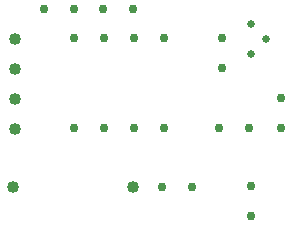
<source format=gbr>
G04 PROTEUS GERBER X2 FILE*
%TF.GenerationSoftware,Labcenter,Proteus,8.11-SP0-Build30052*%
%TF.CreationDate,2023-02-24T19:05:54+00:00*%
%TF.FileFunction,Plated,0,2,PTH*%
%TF.FilePolarity,Positive*%
%TF.Part,Single*%
%TF.SameCoordinates,{78871b57-c70c-4710-8c2a-232022615f8e}*%
%FSLAX45Y45*%
%MOMM*%
G01*
%TA.AperFunction,ComponentDrill*%
%ADD21C,0.762000*%
%ADD22C,1.016000*%
%TA.AperFunction,ComponentDrill*%
%ADD23C,0.635000*%
%TD.AperFunction*%
D21*
X-7500000Y+1250000D03*
X-7246000Y+1250000D03*
X-6750000Y+1254000D03*
X-6750000Y+1000000D03*
X-7000000Y+2504000D03*
X-7000000Y+2250000D03*
D22*
X-8766000Y+1250000D03*
X-7750000Y+1250000D03*
D21*
X-8250000Y+1750000D03*
X-7996000Y+1750000D03*
X-7742000Y+1750000D03*
X-7488000Y+1750000D03*
X-7488000Y+2512000D03*
X-7742000Y+2512000D03*
X-7996000Y+2512000D03*
X-8250000Y+2512000D03*
X-8000000Y+2750000D03*
X-7746000Y+2750000D03*
X-8504000Y+2750000D03*
X-8250000Y+2750000D03*
X-6500000Y+2000000D03*
X-6500000Y+1746000D03*
X-6766000Y+1750000D03*
X-7020000Y+1750000D03*
D23*
X-6750000Y+2373000D03*
X-6623000Y+2500000D03*
X-6750000Y+2627000D03*
D22*
X-8750000Y+2500000D03*
X-8750000Y+2246000D03*
X-8750000Y+1992000D03*
X-8750000Y+1738000D03*
M02*

</source>
